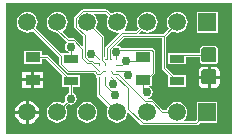
<source format=gtl>
G04 Layer_Physical_Order=1*
G04 Layer_Color=255*
%FSLAX44Y44*%
%MOMM*%
G71*
G01*
G75*
G04:AMPARAMS|DCode=10|XSize=1.27mm|YSize=1.27mm|CornerRadius=0.1588mm|HoleSize=0mm|Usage=FLASHONLY|Rotation=270.000|XOffset=0mm|YOffset=0mm|HoleType=Round|Shape=RoundedRectangle|*
%AMROUNDEDRECTD10*
21,1,1.2700,0.9525,0,0,270.0*
21,1,0.9525,1.2700,0,0,270.0*
1,1,0.3175,-0.4763,-0.4763*
1,1,0.3175,-0.4763,0.4763*
1,1,0.3175,0.4763,0.4763*
1,1,0.3175,0.4763,-0.4763*
%
%ADD10ROUNDEDRECTD10*%
%ADD11R,1.3000X0.7000*%
%ADD12R,1.3000X0.9000*%
%ADD13C,0.1500*%
%ADD14C,0.1000*%
%ADD15C,0.1016*%
%ADD16C,1.5000*%
%ADD17R,1.5000X1.5000*%
%ADD18C,0.7500*%
G36*
X1050000Y650000D02*
Y540000D01*
X860000D01*
X860000Y649647D01*
X860353Y650000D01*
X1050000D01*
X1050000Y650000D01*
D02*
G37*
%LPC*%
G36*
X890170Y609865D02*
X874670D01*
Y598365D01*
X890170D01*
Y602331D01*
X893925D01*
X906938Y589318D01*
X906930Y588849D01*
X906930D01*
X906930Y588849D01*
Y579349D01*
X912896D01*
Y573953D01*
X912729Y573920D01*
X911075Y572815D01*
X909970Y571161D01*
X909582Y569210D01*
X909970Y567259D01*
X910064Y567118D01*
X907813Y564866D01*
X907413Y565173D01*
X905284Y566055D01*
X903000Y566356D01*
X900716Y566055D01*
X898587Y565173D01*
X896759Y563771D01*
X895357Y561943D01*
X894475Y559814D01*
X894174Y557530D01*
X894475Y555246D01*
X895357Y553117D01*
X896759Y551289D01*
X898587Y549887D01*
X900716Y549005D01*
X903000Y548704D01*
X905284Y549005D01*
X907413Y549887D01*
X909241Y551289D01*
X910643Y553117D01*
X911525Y555246D01*
X911825Y557530D01*
X911525Y559814D01*
X910643Y561943D01*
X910336Y562343D01*
X912588Y564594D01*
X912729Y564500D01*
X914680Y564112D01*
X916631Y564500D01*
X918285Y565605D01*
X919390Y567259D01*
X919778Y569210D01*
X919390Y571161D01*
X918285Y572815D01*
X916631Y573920D01*
X916464Y573953D01*
Y579349D01*
X922430D01*
Y588849D01*
X912453D01*
X895926Y605377D01*
X895347Y605764D01*
X894664Y605899D01*
X890170D01*
Y609865D01*
D02*
G37*
G36*
X878870Y567489D02*
Y558800D01*
X887559D01*
X887382Y560151D01*
X886370Y562593D01*
X884761Y564691D01*
X882663Y566300D01*
X880221Y567312D01*
X878870Y567489D01*
D02*
G37*
G36*
X891460Y583845D02*
X883690D01*
Y578075D01*
X891460D01*
Y583845D01*
D02*
G37*
G36*
X881150D02*
X873380D01*
Y578075D01*
X881150D01*
Y583845D01*
D02*
G37*
G36*
X887559Y556260D02*
X878870D01*
Y547571D01*
X880221Y547748D01*
X882663Y548760D01*
X884761Y550369D01*
X886370Y552467D01*
X887382Y554909D01*
X887559Y556260D01*
D02*
G37*
G36*
X876330D02*
X867641D01*
X867818Y554909D01*
X868830Y552467D01*
X870439Y550369D01*
X872537Y548760D01*
X874979Y547748D01*
X876330Y547571D01*
Y556260D01*
D02*
G37*
G36*
Y567489D02*
X874979Y567312D01*
X872537Y566300D01*
X870439Y564691D01*
X868830Y562593D01*
X867818Y560151D01*
X867641Y558800D01*
X876330D01*
Y567489D01*
D02*
G37*
G36*
X928400Y566356D02*
X926116Y566055D01*
X923987Y565173D01*
X922159Y563771D01*
X920757Y561943D01*
X919875Y559814D01*
X919575Y557530D01*
X919875Y555246D01*
X920757Y553117D01*
X922159Y551289D01*
X923987Y549887D01*
X926116Y549005D01*
X928400Y548704D01*
X930684Y549005D01*
X932813Y549887D01*
X934641Y551289D01*
X936043Y553117D01*
X936925Y555246D01*
X937225Y557530D01*
X936925Y559814D01*
X936043Y561943D01*
X934641Y563771D01*
X932813Y565173D01*
X930684Y566055D01*
X928400Y566356D01*
D02*
G37*
G36*
X1030590Y585995D02*
X1022889D01*
Y582503D01*
X1023210Y580892D01*
X1024122Y579527D01*
X1025487Y578615D01*
X1027097Y578294D01*
X1030590D01*
Y585995D01*
D02*
G37*
G36*
X1036622Y613971D02*
X1027097D01*
X1025990Y613750D01*
X1025052Y613123D01*
X1024425Y612185D01*
X1024204Y611077D01*
Y608099D01*
X1007766D01*
X1007083Y607963D01*
X1006912Y607849D01*
X996800D01*
Y598349D01*
X1012300D01*
Y604531D01*
X1024204D01*
Y601553D01*
X1024425Y600445D01*
X1025052Y599507D01*
X1025990Y598880D01*
X1027097Y598659D01*
X1036622D01*
X1037730Y598880D01*
X1038668Y599507D01*
X1039295Y600445D01*
X1039516Y601553D01*
Y611077D01*
X1039295Y612185D01*
X1038668Y613123D01*
X1037730Y613750D01*
X1036622Y613971D01*
D02*
G37*
G36*
Y596236D02*
X1033130D01*
Y588535D01*
X1040831D01*
Y592028D01*
X1040510Y593638D01*
X1039598Y595003D01*
X1038233Y595915D01*
X1036622Y596236D01*
D02*
G37*
G36*
X1039010Y642480D02*
X1021510D01*
Y624980D01*
X1039010D01*
Y642480D01*
D02*
G37*
G36*
X944810Y644764D02*
X924828D01*
X924146Y644629D01*
X923567Y644242D01*
X918148Y638823D01*
X917762Y638244D01*
X917626Y637561D01*
Y629898D01*
X917762Y629216D01*
X918148Y628637D01*
X924706Y622079D01*
Y614159D01*
X924244Y613968D01*
X918220Y619992D01*
X917641Y620378D01*
X916958Y620514D01*
X912979D01*
X907840Y625653D01*
X907922Y626278D01*
X909501Y627489D01*
X910903Y629317D01*
X911785Y631446D01*
X912085Y633730D01*
X911785Y636014D01*
X910903Y638143D01*
X909501Y639971D01*
X907673Y641373D01*
X905544Y642255D01*
X903260Y642555D01*
X900976Y642255D01*
X898847Y641373D01*
X897019Y639971D01*
X895617Y638143D01*
X894735Y636014D01*
X894435Y633730D01*
X894735Y631446D01*
X895617Y629317D01*
X897019Y627489D01*
X898847Y626087D01*
X900976Y625205D01*
X903260Y624905D01*
X903509Y624937D01*
X910978Y617468D01*
X911127Y617369D01*
Y616869D01*
X911075Y616835D01*
X909970Y615181D01*
X909582Y613230D01*
X909970Y611279D01*
X911075Y609625D01*
X912729Y608520D01*
X912896Y608487D01*
Y607849D01*
X906930D01*
Y607837D01*
X906468Y607645D01*
X885196Y628917D01*
X885503Y629317D01*
X886385Y631446D01*
X886685Y633730D01*
X886385Y636014D01*
X885503Y638143D01*
X884101Y639971D01*
X882273Y641373D01*
X880144Y642255D01*
X877860Y642555D01*
X875576Y642255D01*
X873447Y641373D01*
X871619Y639971D01*
X870217Y638143D01*
X869335Y636014D01*
X869035Y633730D01*
X869335Y631446D01*
X870217Y629317D01*
X871619Y627489D01*
X873447Y626087D01*
X875576Y625205D01*
X877860Y624905D01*
X880144Y625205D01*
X882273Y626087D01*
X882673Y626394D01*
X904646Y604421D01*
Y598874D01*
X904781Y598191D01*
X905168Y597612D01*
X911352Y591428D01*
X911931Y591041D01*
X912614Y590906D01*
X934005D01*
X935983Y588928D01*
X936480Y588596D01*
X936396Y588470D01*
X936241Y587690D01*
X936396Y586910D01*
X936496Y586760D01*
Y573050D01*
X936632Y572367D01*
X937018Y571788D01*
X946464Y562343D01*
X946157Y561943D01*
X945275Y559814D01*
X944975Y557530D01*
X945275Y555246D01*
X946157Y553117D01*
X947559Y551289D01*
X949387Y549887D01*
X951516Y549005D01*
X953800Y548704D01*
X956084Y549005D01*
X958213Y549887D01*
X960041Y551289D01*
X961443Y553117D01*
X962325Y555246D01*
X962626Y557530D01*
X962580Y557876D01*
X963028Y558097D01*
X974107Y547018D01*
X974686Y546632D01*
X975368Y546496D01*
X1020750D01*
X1021433Y546632D01*
X1022012Y547018D01*
X1023773Y548780D01*
X1038750D01*
Y566280D01*
X1021250D01*
Y551303D01*
X1020011Y550064D01*
X1010022D01*
X1009861Y550538D01*
X1010841Y551289D01*
X1012243Y553117D01*
X1013125Y555246D01*
X1013426Y557530D01*
X1013125Y559814D01*
X1012243Y561943D01*
X1010841Y563771D01*
X1009013Y565173D01*
X1006884Y566055D01*
X1004600Y566356D01*
X1002316Y566055D01*
X1000187Y565173D01*
X998359Y563771D01*
X996957Y561943D01*
X996075Y559814D01*
X996009Y559314D01*
X993021D01*
X984293Y568042D01*
X983714Y568428D01*
X983031Y568564D01*
X978465D01*
X978042Y568987D01*
X978278Y569428D01*
X978910Y569302D01*
X980861Y569690D01*
X982515Y570795D01*
X983620Y572449D01*
X984008Y574400D01*
X983620Y576351D01*
X982515Y578005D01*
X980861Y579110D01*
X980815Y579119D01*
X980865Y579619D01*
X983400D01*
Y588227D01*
X985162Y589988D01*
X985548Y590567D01*
X985684Y591250D01*
Y609594D01*
X985548Y610277D01*
X985162Y610855D01*
X984690Y611327D01*
Y611409D01*
X984608D01*
X984137Y611881D01*
X983558Y612267D01*
X982875Y612403D01*
X957093D01*
X956945Y612625D01*
X955291Y613730D01*
X953799Y614027D01*
X953634Y614569D01*
X959511Y620446D01*
X991576D01*
Y595289D01*
X991712Y594606D01*
X992098Y594027D01*
X996808Y589318D01*
X996800Y588849D01*
X996800D01*
X996800Y588849D01*
Y579349D01*
X1012300D01*
Y588849D01*
X1002323D01*
X995144Y596028D01*
Y621491D01*
X1000047Y626394D01*
X1000447Y626087D01*
X1002576Y625205D01*
X1004860Y624905D01*
X1007144Y625205D01*
X1009273Y626087D01*
X1011101Y627489D01*
X1012503Y629317D01*
X1013385Y631446D01*
X1013686Y633730D01*
X1013385Y636014D01*
X1012503Y638143D01*
X1011101Y639971D01*
X1009273Y641373D01*
X1007144Y642255D01*
X1004860Y642555D01*
X1002576Y642255D01*
X1000447Y641373D01*
X998619Y639971D01*
X997217Y638143D01*
X996335Y636014D01*
X996034Y633730D01*
X996335Y631446D01*
X997217Y629317D01*
X997524Y628917D01*
X992621Y624014D01*
X972921D01*
X972730Y624476D01*
X974647Y626394D01*
X975047Y626087D01*
X977176Y625205D01*
X979460Y624905D01*
X981744Y625205D01*
X983873Y626087D01*
X985701Y627489D01*
X987103Y629317D01*
X987985Y631446D01*
X988286Y633730D01*
X987985Y636014D01*
X987103Y638143D01*
X985701Y639971D01*
X983873Y641373D01*
X981744Y642255D01*
X979460Y642555D01*
X977176Y642255D01*
X975047Y641373D01*
X973219Y639971D01*
X971817Y638143D01*
X970935Y636014D01*
X970635Y633730D01*
X970935Y631446D01*
X971817Y629317D01*
X972124Y628917D01*
X969471Y626264D01*
X959482D01*
X959321Y626738D01*
X960301Y627489D01*
X961703Y629317D01*
X962585Y631446D01*
X962886Y633730D01*
X962585Y636014D01*
X961703Y638143D01*
X960301Y639971D01*
X958473Y641373D01*
X956344Y642255D01*
X954060Y642555D01*
X951776Y642255D01*
X949647Y641373D01*
X949247Y641066D01*
X946072Y644242D01*
X945493Y644629D01*
X944810Y644764D01*
D02*
G37*
G36*
X1040831Y585995D02*
X1033130D01*
Y578294D01*
X1036622D01*
X1038233Y578615D01*
X1039598Y579527D01*
X1040510Y580892D01*
X1040831Y582503D01*
Y585995D01*
D02*
G37*
G36*
X881150Y592155D02*
X873380D01*
Y586385D01*
X881150D01*
Y592155D01*
D02*
G37*
G36*
X1030590Y596236D02*
X1027097D01*
X1025487Y595915D01*
X1024122Y595003D01*
X1023210Y593638D01*
X1022889Y592028D01*
Y588535D01*
X1030590D01*
Y596236D01*
D02*
G37*
G36*
X891460Y592155D02*
X883690D01*
Y586385D01*
X891460D01*
Y592155D01*
D02*
G37*
%LPD*%
G36*
X946724Y638543D02*
X946417Y638143D01*
X945535Y636014D01*
X945235Y633730D01*
X945535Y631446D01*
X946417Y629317D01*
X947819Y627489D01*
X949647Y626087D01*
X951776Y625205D01*
X954060Y624905D01*
X955225Y625058D01*
X955446Y624609D01*
X944328Y613492D01*
X943941Y612913D01*
X943806Y612230D01*
Y605019D01*
X943419Y604701D01*
X943280Y604729D01*
X942951Y604664D01*
X942564Y604981D01*
Y621610D01*
X942429Y622293D01*
X942042Y622872D01*
X935996Y628917D01*
X936303Y629317D01*
X937185Y631446D01*
X937486Y633730D01*
X937185Y636014D01*
X936303Y638143D01*
X934901Y639971D01*
X933921Y640722D01*
X934082Y641196D01*
X944071D01*
X946724Y638543D01*
D02*
G37*
D10*
X1031860Y587265D02*
D03*
Y606315D02*
D03*
D11*
X1004550Y584099D02*
D03*
Y603099D02*
D03*
X914680Y584099D02*
D03*
Y603099D02*
D03*
D12*
X975650Y585369D02*
D03*
Y604369D02*
D03*
X882420Y604115D02*
D03*
Y585115D02*
D03*
D13*
X938280Y602690D02*
D03*
Y597690D02*
D03*
Y592690D02*
D03*
Y587690D02*
D03*
X943280Y602690D02*
D03*
Y597690D02*
D03*
Y592690D02*
D03*
Y587690D02*
D03*
X948280Y602690D02*
D03*
Y597690D02*
D03*
Y592690D02*
D03*
Y587690D02*
D03*
X953280Y602690D02*
D03*
Y597690D02*
D03*
Y592690D02*
D03*
Y587690D02*
D03*
D14*
X972281Y601000D02*
X975650Y604369D01*
X961000Y601000D02*
X972281D01*
X957690Y597690D02*
X961000Y601000D01*
X953280Y597690D02*
X957690D01*
X975650Y577660D02*
Y583000D01*
X983900Y591250D01*
Y609594D01*
X982875Y610619D02*
X983900Y609594D01*
X954939Y610619D02*
X982875D01*
X953340Y609020D02*
X954939Y610619D01*
X1007766Y606315D02*
X1031860D01*
X1004550Y603099D02*
X1007766Y606315D01*
X943280Y580720D02*
X952000Y572000D01*
X943280Y580720D02*
Y587690D01*
X959811Y592499D02*
X963370Y588940D01*
X953471Y592499D02*
X959811D01*
X953280Y592690D02*
X953471Y592499D01*
X993360Y595289D02*
X1004550Y584099D01*
X993360Y595289D02*
Y622230D01*
X903000Y557530D02*
X914680Y569210D01*
Y584099D01*
X894664Y604115D02*
X914680Y584099D01*
X882420Y604115D02*
X894664D01*
X954315Y590190D02*
X977726Y566780D01*
X952244Y590190D02*
X954315D01*
X952244Y590190D02*
X952244Y590190D01*
X950780Y590190D02*
X952244D01*
X926490Y604522D02*
Y622818D01*
Y604522D02*
X929712Y601300D01*
X932852D01*
X934694Y599458D01*
X938280D01*
Y597690D02*
Y599458D01*
X924240Y603590D02*
Y611448D01*
X916958Y618730D02*
X924240Y611448D01*
X931920Y599050D02*
X938280Y592690D01*
X928780Y599050D02*
X931920D01*
X924240Y603590D02*
X928780Y599050D01*
X931990Y606800D02*
X934170D01*
X947840Y611298D02*
X958772Y622230D01*
X945590Y612230D02*
X957840Y624480D01*
X953280Y608960D02*
X953340Y609020D01*
X953280Y602690D02*
Y608960D01*
X945590Y603232D02*
Y612230D01*
X957840Y624480D02*
X970210D01*
X947840Y603130D02*
Y611298D01*
X958772Y622230D02*
X993360D01*
X939316Y590190D02*
X941816Y592690D01*
X937244Y590190D02*
X939316D01*
X934744Y592690D02*
X937244Y590190D01*
X1020750Y548280D02*
X1030000Y557530D01*
X975368Y548280D02*
X1020750D01*
X963050Y560598D02*
X975368Y548280D01*
X963050Y560598D02*
Y577920D01*
X953280Y587690D02*
X963050Y577920D01*
X983031Y566780D02*
X992281Y557530D01*
X977726Y566780D02*
X983031D01*
X975650Y577660D02*
X978910Y574400D01*
X992281Y557530D02*
X1004600D01*
X950510Y581670D02*
Y585460D01*
X948280Y587690D02*
X950510Y585460D01*
X948280Y592690D02*
X950780Y590190D01*
X938280Y573050D02*
X953800Y557530D01*
X938280Y573050D02*
Y587690D01*
X903260Y627710D02*
Y633730D01*
Y627710D02*
X912240Y618730D01*
X916958D01*
X912614Y592690D02*
X934744D01*
X906430Y598874D02*
X912614Y592690D01*
X906430Y598874D02*
Y605160D01*
X877860Y633730D02*
X906430Y605160D01*
X944810Y642980D02*
X954060Y633730D01*
X924828Y642980D02*
X944810D01*
X919410Y637561D02*
X924828Y642980D01*
X919410Y629898D02*
Y637561D01*
Y629898D02*
X926490Y622818D01*
X940780Y603726D02*
Y621610D01*
X928660Y633730D02*
X940780Y621610D01*
X940780Y601654D02*
X943280Y599154D01*
X940780Y601654D02*
Y603726D01*
X940780Y603726D01*
X934170Y606800D02*
X938280Y602690D01*
X993360Y622230D02*
X1004860Y633730D01*
X970210Y624480D02*
X979460Y633730D01*
X945048Y602690D02*
X945590Y603232D01*
X943280Y602690D02*
X945048D01*
X947840Y603130D02*
X948280Y602690D01*
X914680Y603099D02*
Y613230D01*
X941816Y592690D02*
X943280D01*
Y597690D02*
Y599154D01*
D15*
X860000Y650000D02*
X860000Y540000D01*
X860000Y650000D02*
X1050000D01*
X1050000Y650000D02*
X1050000Y650000D01*
X1050000Y540000D02*
Y650000D01*
X860000Y540000D02*
X1050000D01*
D16*
X877860Y633730D02*
D03*
X903260D02*
D03*
X928660D02*
D03*
X954060D02*
D03*
X1004860D02*
D03*
X979460D02*
D03*
X877600Y557530D02*
D03*
X903000D02*
D03*
X928400D02*
D03*
X953800D02*
D03*
X1004600D02*
D03*
X979200D02*
D03*
D17*
X1030260Y633730D02*
D03*
X1030000Y557530D02*
D03*
D18*
X961000Y601000D02*
D03*
X952000Y572000D02*
D03*
X914680Y569210D02*
D03*
X963370Y588940D02*
D03*
X931990Y606800D02*
D03*
X953340Y609020D02*
D03*
X978910Y574400D02*
D03*
X950510Y581670D02*
D03*
X914680Y613230D02*
D03*
M02*

</source>
